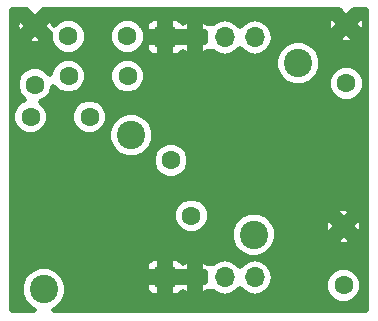
<source format=gbr>
G04 #@! TF.FileFunction,Copper,L2,Bot,Signal*
%FSLAX46Y46*%
G04 Gerber Fmt 4.6, Leading zero omitted, Abs format (unit mm)*
G04 Created by KiCad (PCBNEW 4.0.7) date 02/05/23 11:49:14*
%MOMM*%
%LPD*%
G01*
G04 APERTURE LIST*
%ADD10C,0.100000*%
%ADD11C,2.400000*%
%ADD12C,1.600000*%
%ADD13R,1.700000X1.700000*%
%ADD14O,1.700000X1.700000*%
%ADD15C,0.250000*%
%ADD16C,0.500000*%
G04 APERTURE END LIST*
D10*
D11*
X129720000Y-99739705D03*
X122337583Y-112786425D03*
D12*
X147940000Y-90330000D03*
X147940000Y-95330000D03*
X129400000Y-91360000D03*
X124400000Y-91360000D03*
X129420000Y-94720000D03*
X124420000Y-94720000D03*
X121580000Y-90450000D03*
X121580000Y-95450000D03*
X126200000Y-98180000D03*
X121200000Y-98180000D03*
X147701000Y-107442000D03*
X147701000Y-112442000D03*
D11*
X143868600Y-93639452D03*
X140114472Y-108152326D03*
D13*
X132588000Y-111760000D03*
D14*
X135128000Y-111760000D03*
X137668000Y-111760000D03*
X140208000Y-111760000D03*
D13*
X132588000Y-91440000D03*
D14*
X135128000Y-91440000D03*
X137668000Y-91440000D03*
X140208000Y-91440000D03*
D12*
X133096000Y-101854000D03*
X134806101Y-106552463D03*
D15*
X148020000Y-90250000D02*
X147940000Y-90330000D01*
X148190000Y-90080000D02*
X147940000Y-90330000D01*
D16*
G36*
X120914881Y-89219195D02*
X121580000Y-89884315D01*
X122245119Y-89219195D01*
X122221378Y-89150000D01*
X147325686Y-89150000D01*
X147940000Y-89764315D01*
X148554314Y-89150000D01*
X149610000Y-89150000D01*
X149610000Y-114558000D01*
X123156400Y-114558000D01*
X123440726Y-114440519D01*
X123989749Y-113892454D01*
X124287244Y-113176006D01*
X124287921Y-112400248D01*
X124277283Y-112374500D01*
X130980000Y-112374500D01*
X130980000Y-112760776D01*
X131095399Y-113039373D01*
X131308628Y-113252602D01*
X131587225Y-113368000D01*
X131973500Y-113368000D01*
X132163000Y-113178500D01*
X132163000Y-112185000D01*
X133013000Y-112185000D01*
X133013000Y-113178500D01*
X133202500Y-113368000D01*
X133588775Y-113368000D01*
X133867372Y-113252602D01*
X134080601Y-113039373D01*
X134103756Y-112983472D01*
X134465631Y-113225241D01*
X134703000Y-113113336D01*
X134703000Y-112185000D01*
X133013000Y-112185000D01*
X132163000Y-112185000D01*
X131169500Y-112185000D01*
X130980000Y-112374500D01*
X124277283Y-112374500D01*
X123991677Y-111683282D01*
X123443612Y-111134259D01*
X122727164Y-110836764D01*
X121951406Y-110836087D01*
X121234440Y-111132331D01*
X120685417Y-111680396D01*
X120387922Y-112396844D01*
X120387245Y-113172602D01*
X120683489Y-113889568D01*
X121231554Y-114438591D01*
X121519123Y-114558000D01*
X119630000Y-114558000D01*
X119630000Y-110759224D01*
X130980000Y-110759224D01*
X130980000Y-111145500D01*
X131169500Y-111335000D01*
X132163000Y-111335000D01*
X132163000Y-110341500D01*
X133013000Y-110341500D01*
X133013000Y-111335000D01*
X134703000Y-111335000D01*
X134703000Y-110406664D01*
X135553000Y-110406664D01*
X135553000Y-111335000D01*
X135978000Y-111335000D01*
X135978000Y-112185000D01*
X135553000Y-112185000D01*
X135553000Y-113113336D01*
X135790369Y-113225241D01*
X136112534Y-113010002D01*
X136667261Y-113010002D01*
X137055707Y-113269553D01*
X137668000Y-113391346D01*
X138280293Y-113269553D01*
X138799371Y-112922717D01*
X138938000Y-112715244D01*
X139076629Y-112922717D01*
X139595707Y-113269553D01*
X140208000Y-113391346D01*
X140820293Y-113269553D01*
X141339371Y-112922717D01*
X141455470Y-112748961D01*
X146150732Y-112748961D01*
X146386208Y-113318857D01*
X146821849Y-113755260D01*
X147391333Y-113991730D01*
X148007961Y-113992268D01*
X148577857Y-113756792D01*
X149014260Y-113321151D01*
X149250730Y-112751667D01*
X149251268Y-112135039D01*
X149015792Y-111565143D01*
X148580151Y-111128740D01*
X148010667Y-110892270D01*
X147394039Y-110891732D01*
X146824143Y-111127208D01*
X146387740Y-111562849D01*
X146151270Y-112132333D01*
X146150732Y-112748961D01*
X141455470Y-112748961D01*
X141686207Y-112403639D01*
X141808000Y-111791346D01*
X141808000Y-111728654D01*
X141686207Y-111116361D01*
X141339371Y-110597283D01*
X140820293Y-110250447D01*
X140208000Y-110128654D01*
X139595707Y-110250447D01*
X139076629Y-110597283D01*
X138938000Y-110804756D01*
X138799371Y-110597283D01*
X138280293Y-110250447D01*
X137668000Y-110128654D01*
X137055707Y-110250447D01*
X136667261Y-110509998D01*
X136112534Y-110509998D01*
X135790369Y-110294759D01*
X135553000Y-110406664D01*
X134703000Y-110406664D01*
X134465631Y-110294759D01*
X134103756Y-110536528D01*
X134080601Y-110480627D01*
X133867372Y-110267398D01*
X133588775Y-110152000D01*
X133202500Y-110152000D01*
X133013000Y-110341500D01*
X132163000Y-110341500D01*
X131973500Y-110152000D01*
X131587225Y-110152000D01*
X131308628Y-110267398D01*
X131095399Y-110480627D01*
X130980000Y-110759224D01*
X119630000Y-110759224D01*
X119630000Y-108538503D01*
X138164134Y-108538503D01*
X138460378Y-109255469D01*
X139008443Y-109804492D01*
X139724891Y-110101987D01*
X140500649Y-110102664D01*
X141217615Y-109806420D01*
X141766638Y-109258355D01*
X142009779Y-108672805D01*
X147035881Y-108672805D01*
X147120983Y-108920846D01*
X147731064Y-109030239D01*
X148281017Y-108920846D01*
X148366119Y-108672805D01*
X147701000Y-108007685D01*
X147035881Y-108672805D01*
X142009779Y-108672805D01*
X142064133Y-108541907D01*
X142064810Y-107766149D01*
X141943297Y-107472064D01*
X146112761Y-107472064D01*
X146222154Y-108022017D01*
X146470195Y-108107119D01*
X147135315Y-107442000D01*
X148266685Y-107442000D01*
X148931805Y-108107119D01*
X149179846Y-108022017D01*
X149289239Y-107411936D01*
X149179846Y-106861983D01*
X148931805Y-106776881D01*
X148266685Y-107442000D01*
X147135315Y-107442000D01*
X146470195Y-106776881D01*
X146222154Y-106861983D01*
X146112761Y-107472064D01*
X141943297Y-107472064D01*
X141768566Y-107049183D01*
X141220501Y-106500160D01*
X140524596Y-106211195D01*
X147035881Y-106211195D01*
X147701000Y-106876315D01*
X148366119Y-106211195D01*
X148281017Y-105963154D01*
X147670936Y-105853761D01*
X147120983Y-105963154D01*
X147035881Y-106211195D01*
X140524596Y-106211195D01*
X140504053Y-106202665D01*
X139728295Y-106201988D01*
X139011329Y-106498232D01*
X138462306Y-107046297D01*
X138164811Y-107762745D01*
X138164134Y-108538503D01*
X119630000Y-108538503D01*
X119630000Y-106859424D01*
X133255833Y-106859424D01*
X133491309Y-107429320D01*
X133926950Y-107865723D01*
X134496434Y-108102193D01*
X135113062Y-108102731D01*
X135682958Y-107867255D01*
X136119361Y-107431614D01*
X136355831Y-106862130D01*
X136356369Y-106245502D01*
X136120893Y-105675606D01*
X135685252Y-105239203D01*
X135115768Y-105002733D01*
X134499140Y-105002195D01*
X133929244Y-105237671D01*
X133492841Y-105673312D01*
X133256371Y-106242796D01*
X133255833Y-106859424D01*
X119630000Y-106859424D01*
X119630000Y-102160961D01*
X131545732Y-102160961D01*
X131781208Y-102730857D01*
X132216849Y-103167260D01*
X132786333Y-103403730D01*
X133402961Y-103404268D01*
X133972857Y-103168792D01*
X134409260Y-102733151D01*
X134645730Y-102163667D01*
X134646268Y-101547039D01*
X134410792Y-100977143D01*
X133975151Y-100540740D01*
X133405667Y-100304270D01*
X132789039Y-100303732D01*
X132219143Y-100539208D01*
X131782740Y-100974849D01*
X131546270Y-101544333D01*
X131545732Y-102160961D01*
X119630000Y-102160961D01*
X119630000Y-100125882D01*
X127769662Y-100125882D01*
X128065906Y-100842848D01*
X128613971Y-101391871D01*
X129330419Y-101689366D01*
X130106177Y-101690043D01*
X130823143Y-101393799D01*
X131372166Y-100845734D01*
X131669661Y-100129286D01*
X131670338Y-99353528D01*
X131374094Y-98636562D01*
X130826029Y-98087539D01*
X130109581Y-97790044D01*
X129333823Y-97789367D01*
X128616857Y-98085611D01*
X128067834Y-98633676D01*
X127770339Y-99350124D01*
X127769662Y-100125882D01*
X119630000Y-100125882D01*
X119630000Y-98486961D01*
X119649732Y-98486961D01*
X119885208Y-99056857D01*
X120320849Y-99493260D01*
X120890333Y-99729730D01*
X121506961Y-99730268D01*
X122076857Y-99494792D01*
X122513260Y-99059151D01*
X122749730Y-98489667D01*
X122749732Y-98486961D01*
X124649732Y-98486961D01*
X124885208Y-99056857D01*
X125320849Y-99493260D01*
X125890333Y-99729730D01*
X126506961Y-99730268D01*
X127076857Y-99494792D01*
X127513260Y-99059151D01*
X127749730Y-98489667D01*
X127750268Y-97873039D01*
X127514792Y-97303143D01*
X127079151Y-96866740D01*
X126509667Y-96630270D01*
X125893039Y-96629732D01*
X125323143Y-96865208D01*
X124886740Y-97300849D01*
X124650270Y-97870333D01*
X124649732Y-98486961D01*
X122749732Y-98486961D01*
X122750268Y-97873039D01*
X122514792Y-97303143D01*
X122117398Y-96905054D01*
X122456857Y-96764792D01*
X122893260Y-96329151D01*
X123129730Y-95759667D01*
X123129851Y-95621543D01*
X123540849Y-96033260D01*
X124110333Y-96269730D01*
X124726961Y-96270268D01*
X125296857Y-96034792D01*
X125733260Y-95599151D01*
X125969730Y-95029667D01*
X125969732Y-95026961D01*
X127869732Y-95026961D01*
X128105208Y-95596857D01*
X128540849Y-96033260D01*
X129110333Y-96269730D01*
X129726961Y-96270268D01*
X130296857Y-96034792D01*
X130695383Y-95636961D01*
X146389732Y-95636961D01*
X146625208Y-96206857D01*
X147060849Y-96643260D01*
X147630333Y-96879730D01*
X148246961Y-96880268D01*
X148816857Y-96644792D01*
X149253260Y-96209151D01*
X149489730Y-95639667D01*
X149490268Y-95023039D01*
X149254792Y-94453143D01*
X148819151Y-94016740D01*
X148249667Y-93780270D01*
X147633039Y-93779732D01*
X147063143Y-94015208D01*
X146626740Y-94450849D01*
X146390270Y-95020333D01*
X146389732Y-95636961D01*
X130695383Y-95636961D01*
X130733260Y-95599151D01*
X130969730Y-95029667D01*
X130970268Y-94413039D01*
X130810194Y-94025629D01*
X141918262Y-94025629D01*
X142214506Y-94742595D01*
X142762571Y-95291618D01*
X143479019Y-95589113D01*
X144254777Y-95589790D01*
X144971743Y-95293546D01*
X145520766Y-94745481D01*
X145818261Y-94029033D01*
X145818938Y-93253275D01*
X145522694Y-92536309D01*
X144974629Y-91987286D01*
X144258181Y-91689791D01*
X143482423Y-91689114D01*
X142765457Y-91985358D01*
X142216434Y-92533423D01*
X141918939Y-93249871D01*
X141918262Y-94025629D01*
X130810194Y-94025629D01*
X130734792Y-93843143D01*
X130299151Y-93406740D01*
X129729667Y-93170270D01*
X129113039Y-93169732D01*
X128543143Y-93405208D01*
X128106740Y-93840849D01*
X127870270Y-94410333D01*
X127869732Y-95026961D01*
X125969732Y-95026961D01*
X125970268Y-94413039D01*
X125734792Y-93843143D01*
X125299151Y-93406740D01*
X124729667Y-93170270D01*
X124113039Y-93169732D01*
X123543143Y-93405208D01*
X123106740Y-93840849D01*
X122870270Y-94410333D01*
X122870149Y-94548457D01*
X122459151Y-94136740D01*
X121889667Y-93900270D01*
X121273039Y-93899732D01*
X120703143Y-94135208D01*
X120266740Y-94570849D01*
X120030270Y-95140333D01*
X120029732Y-95756961D01*
X120265208Y-96326857D01*
X120662602Y-96724946D01*
X120323143Y-96865208D01*
X119886740Y-97300849D01*
X119650270Y-97870333D01*
X119649732Y-98486961D01*
X119630000Y-98486961D01*
X119630000Y-91680805D01*
X120914881Y-91680805D01*
X120999983Y-91928846D01*
X121610064Y-92038239D01*
X122160017Y-91928846D01*
X122245119Y-91680805D01*
X121580000Y-91015685D01*
X120914881Y-91680805D01*
X119630000Y-91680805D01*
X119630000Y-90480064D01*
X119991761Y-90480064D01*
X120101154Y-91030017D01*
X120349195Y-91115119D01*
X121014315Y-90450000D01*
X122145685Y-90450000D01*
X122810805Y-91115119D01*
X122850225Y-91101594D01*
X122849732Y-91666961D01*
X123085208Y-92236857D01*
X123520849Y-92673260D01*
X124090333Y-92909730D01*
X124706961Y-92910268D01*
X125276857Y-92674792D01*
X125713260Y-92239151D01*
X125949730Y-91669667D01*
X125949732Y-91666961D01*
X127849732Y-91666961D01*
X128085208Y-92236857D01*
X128520849Y-92673260D01*
X129090333Y-92909730D01*
X129706961Y-92910268D01*
X130276857Y-92674792D01*
X130713260Y-92239151D01*
X130789933Y-92054500D01*
X130980000Y-92054500D01*
X130980000Y-92440776D01*
X131095399Y-92719373D01*
X131308628Y-92932602D01*
X131587225Y-93048000D01*
X131973500Y-93048000D01*
X132163000Y-92858500D01*
X132163000Y-91865000D01*
X133013000Y-91865000D01*
X133013000Y-92858500D01*
X133202500Y-93048000D01*
X133588775Y-93048000D01*
X133867372Y-92932602D01*
X134080601Y-92719373D01*
X134103756Y-92663472D01*
X134465631Y-92905241D01*
X134703000Y-92793336D01*
X134703000Y-91865000D01*
X133013000Y-91865000D01*
X132163000Y-91865000D01*
X131169500Y-91865000D01*
X130980000Y-92054500D01*
X130789933Y-92054500D01*
X130949730Y-91669667D01*
X130950268Y-91053039D01*
X130714792Y-90483143D01*
X130670950Y-90439224D01*
X130980000Y-90439224D01*
X130980000Y-90825500D01*
X131169500Y-91015000D01*
X132163000Y-91015000D01*
X132163000Y-90021500D01*
X133013000Y-90021500D01*
X133013000Y-91015000D01*
X134703000Y-91015000D01*
X134703000Y-90086664D01*
X135553000Y-90086664D01*
X135553000Y-91015000D01*
X135978000Y-91015000D01*
X135978000Y-91865000D01*
X135553000Y-91865000D01*
X135553000Y-92793336D01*
X135790369Y-92905241D01*
X136112534Y-92690002D01*
X136667261Y-92690002D01*
X137055707Y-92949553D01*
X137668000Y-93071346D01*
X138280293Y-92949553D01*
X138799371Y-92602717D01*
X138938000Y-92395244D01*
X139076629Y-92602717D01*
X139595707Y-92949553D01*
X140208000Y-93071346D01*
X140820293Y-92949553D01*
X141339371Y-92602717D01*
X141686207Y-92083639D01*
X141790205Y-91560805D01*
X147274881Y-91560805D01*
X147359983Y-91808846D01*
X147970064Y-91918239D01*
X148520017Y-91808846D01*
X148605119Y-91560805D01*
X147940000Y-90895685D01*
X147274881Y-91560805D01*
X141790205Y-91560805D01*
X141808000Y-91471346D01*
X141808000Y-91408654D01*
X141686207Y-90796361D01*
X141394684Y-90360064D01*
X146351761Y-90360064D01*
X146461154Y-90910017D01*
X146709195Y-90995119D01*
X147374315Y-90330000D01*
X148505685Y-90330000D01*
X149170805Y-90995119D01*
X149418846Y-90910017D01*
X149528239Y-90299936D01*
X149418846Y-89749983D01*
X149170805Y-89664881D01*
X148505685Y-90330000D01*
X147374315Y-90330000D01*
X146709195Y-89664881D01*
X146461154Y-89749983D01*
X146351761Y-90360064D01*
X141394684Y-90360064D01*
X141339371Y-90277283D01*
X140820293Y-89930447D01*
X140208000Y-89808654D01*
X139595707Y-89930447D01*
X139076629Y-90277283D01*
X138938000Y-90484756D01*
X138799371Y-90277283D01*
X138280293Y-89930447D01*
X137668000Y-89808654D01*
X137055707Y-89930447D01*
X136667261Y-90189998D01*
X136112534Y-90189998D01*
X135790369Y-89974759D01*
X135553000Y-90086664D01*
X134703000Y-90086664D01*
X134465631Y-89974759D01*
X134103756Y-90216528D01*
X134080601Y-90160627D01*
X133867372Y-89947398D01*
X133588775Y-89832000D01*
X133202500Y-89832000D01*
X133013000Y-90021500D01*
X132163000Y-90021500D01*
X131973500Y-89832000D01*
X131587225Y-89832000D01*
X131308628Y-89947398D01*
X131095399Y-90160627D01*
X130980000Y-90439224D01*
X130670950Y-90439224D01*
X130279151Y-90046740D01*
X129709667Y-89810270D01*
X129093039Y-89809732D01*
X128523143Y-90045208D01*
X128086740Y-90480849D01*
X127850270Y-91050333D01*
X127849732Y-91666961D01*
X125949732Y-91666961D01*
X125950268Y-91053039D01*
X125714792Y-90483143D01*
X125279151Y-90046740D01*
X124709667Y-89810270D01*
X124093039Y-89809732D01*
X123523143Y-90045208D01*
X123164846Y-90402879D01*
X123058846Y-89869983D01*
X122810805Y-89784881D01*
X122145685Y-90450000D01*
X121014315Y-90450000D01*
X120349195Y-89784881D01*
X120101154Y-89869983D01*
X119991761Y-90480064D01*
X119630000Y-90480064D01*
X119630000Y-89150000D01*
X120938622Y-89150000D01*
X120914881Y-89219195D01*
X120914881Y-89219195D01*
G37*
X120914881Y-89219195D02*
X121580000Y-89884315D01*
X122245119Y-89219195D01*
X122221378Y-89150000D01*
X147325686Y-89150000D01*
X147940000Y-89764315D01*
X148554314Y-89150000D01*
X149610000Y-89150000D01*
X149610000Y-114558000D01*
X123156400Y-114558000D01*
X123440726Y-114440519D01*
X123989749Y-113892454D01*
X124287244Y-113176006D01*
X124287921Y-112400248D01*
X124277283Y-112374500D01*
X130980000Y-112374500D01*
X130980000Y-112760776D01*
X131095399Y-113039373D01*
X131308628Y-113252602D01*
X131587225Y-113368000D01*
X131973500Y-113368000D01*
X132163000Y-113178500D01*
X132163000Y-112185000D01*
X133013000Y-112185000D01*
X133013000Y-113178500D01*
X133202500Y-113368000D01*
X133588775Y-113368000D01*
X133867372Y-113252602D01*
X134080601Y-113039373D01*
X134103756Y-112983472D01*
X134465631Y-113225241D01*
X134703000Y-113113336D01*
X134703000Y-112185000D01*
X133013000Y-112185000D01*
X132163000Y-112185000D01*
X131169500Y-112185000D01*
X130980000Y-112374500D01*
X124277283Y-112374500D01*
X123991677Y-111683282D01*
X123443612Y-111134259D01*
X122727164Y-110836764D01*
X121951406Y-110836087D01*
X121234440Y-111132331D01*
X120685417Y-111680396D01*
X120387922Y-112396844D01*
X120387245Y-113172602D01*
X120683489Y-113889568D01*
X121231554Y-114438591D01*
X121519123Y-114558000D01*
X119630000Y-114558000D01*
X119630000Y-110759224D01*
X130980000Y-110759224D01*
X130980000Y-111145500D01*
X131169500Y-111335000D01*
X132163000Y-111335000D01*
X132163000Y-110341500D01*
X133013000Y-110341500D01*
X133013000Y-111335000D01*
X134703000Y-111335000D01*
X134703000Y-110406664D01*
X135553000Y-110406664D01*
X135553000Y-111335000D01*
X135978000Y-111335000D01*
X135978000Y-112185000D01*
X135553000Y-112185000D01*
X135553000Y-113113336D01*
X135790369Y-113225241D01*
X136112534Y-113010002D01*
X136667261Y-113010002D01*
X137055707Y-113269553D01*
X137668000Y-113391346D01*
X138280293Y-113269553D01*
X138799371Y-112922717D01*
X138938000Y-112715244D01*
X139076629Y-112922717D01*
X139595707Y-113269553D01*
X140208000Y-113391346D01*
X140820293Y-113269553D01*
X141339371Y-112922717D01*
X141455470Y-112748961D01*
X146150732Y-112748961D01*
X146386208Y-113318857D01*
X146821849Y-113755260D01*
X147391333Y-113991730D01*
X148007961Y-113992268D01*
X148577857Y-113756792D01*
X149014260Y-113321151D01*
X149250730Y-112751667D01*
X149251268Y-112135039D01*
X149015792Y-111565143D01*
X148580151Y-111128740D01*
X148010667Y-110892270D01*
X147394039Y-110891732D01*
X146824143Y-111127208D01*
X146387740Y-111562849D01*
X146151270Y-112132333D01*
X146150732Y-112748961D01*
X141455470Y-112748961D01*
X141686207Y-112403639D01*
X141808000Y-111791346D01*
X141808000Y-111728654D01*
X141686207Y-111116361D01*
X141339371Y-110597283D01*
X140820293Y-110250447D01*
X140208000Y-110128654D01*
X139595707Y-110250447D01*
X139076629Y-110597283D01*
X138938000Y-110804756D01*
X138799371Y-110597283D01*
X138280293Y-110250447D01*
X137668000Y-110128654D01*
X137055707Y-110250447D01*
X136667261Y-110509998D01*
X136112534Y-110509998D01*
X135790369Y-110294759D01*
X135553000Y-110406664D01*
X134703000Y-110406664D01*
X134465631Y-110294759D01*
X134103756Y-110536528D01*
X134080601Y-110480627D01*
X133867372Y-110267398D01*
X133588775Y-110152000D01*
X133202500Y-110152000D01*
X133013000Y-110341500D01*
X132163000Y-110341500D01*
X131973500Y-110152000D01*
X131587225Y-110152000D01*
X131308628Y-110267398D01*
X131095399Y-110480627D01*
X130980000Y-110759224D01*
X119630000Y-110759224D01*
X119630000Y-108538503D01*
X138164134Y-108538503D01*
X138460378Y-109255469D01*
X139008443Y-109804492D01*
X139724891Y-110101987D01*
X140500649Y-110102664D01*
X141217615Y-109806420D01*
X141766638Y-109258355D01*
X142009779Y-108672805D01*
X147035881Y-108672805D01*
X147120983Y-108920846D01*
X147731064Y-109030239D01*
X148281017Y-108920846D01*
X148366119Y-108672805D01*
X147701000Y-108007685D01*
X147035881Y-108672805D01*
X142009779Y-108672805D01*
X142064133Y-108541907D01*
X142064810Y-107766149D01*
X141943297Y-107472064D01*
X146112761Y-107472064D01*
X146222154Y-108022017D01*
X146470195Y-108107119D01*
X147135315Y-107442000D01*
X148266685Y-107442000D01*
X148931805Y-108107119D01*
X149179846Y-108022017D01*
X149289239Y-107411936D01*
X149179846Y-106861983D01*
X148931805Y-106776881D01*
X148266685Y-107442000D01*
X147135315Y-107442000D01*
X146470195Y-106776881D01*
X146222154Y-106861983D01*
X146112761Y-107472064D01*
X141943297Y-107472064D01*
X141768566Y-107049183D01*
X141220501Y-106500160D01*
X140524596Y-106211195D01*
X147035881Y-106211195D01*
X147701000Y-106876315D01*
X148366119Y-106211195D01*
X148281017Y-105963154D01*
X147670936Y-105853761D01*
X147120983Y-105963154D01*
X147035881Y-106211195D01*
X140524596Y-106211195D01*
X140504053Y-106202665D01*
X139728295Y-106201988D01*
X139011329Y-106498232D01*
X138462306Y-107046297D01*
X138164811Y-107762745D01*
X138164134Y-108538503D01*
X119630000Y-108538503D01*
X119630000Y-106859424D01*
X133255833Y-106859424D01*
X133491309Y-107429320D01*
X133926950Y-107865723D01*
X134496434Y-108102193D01*
X135113062Y-108102731D01*
X135682958Y-107867255D01*
X136119361Y-107431614D01*
X136355831Y-106862130D01*
X136356369Y-106245502D01*
X136120893Y-105675606D01*
X135685252Y-105239203D01*
X135115768Y-105002733D01*
X134499140Y-105002195D01*
X133929244Y-105237671D01*
X133492841Y-105673312D01*
X133256371Y-106242796D01*
X133255833Y-106859424D01*
X119630000Y-106859424D01*
X119630000Y-102160961D01*
X131545732Y-102160961D01*
X131781208Y-102730857D01*
X132216849Y-103167260D01*
X132786333Y-103403730D01*
X133402961Y-103404268D01*
X133972857Y-103168792D01*
X134409260Y-102733151D01*
X134645730Y-102163667D01*
X134646268Y-101547039D01*
X134410792Y-100977143D01*
X133975151Y-100540740D01*
X133405667Y-100304270D01*
X132789039Y-100303732D01*
X132219143Y-100539208D01*
X131782740Y-100974849D01*
X131546270Y-101544333D01*
X131545732Y-102160961D01*
X119630000Y-102160961D01*
X119630000Y-100125882D01*
X127769662Y-100125882D01*
X128065906Y-100842848D01*
X128613971Y-101391871D01*
X129330419Y-101689366D01*
X130106177Y-101690043D01*
X130823143Y-101393799D01*
X131372166Y-100845734D01*
X131669661Y-100129286D01*
X131670338Y-99353528D01*
X131374094Y-98636562D01*
X130826029Y-98087539D01*
X130109581Y-97790044D01*
X129333823Y-97789367D01*
X128616857Y-98085611D01*
X128067834Y-98633676D01*
X127770339Y-99350124D01*
X127769662Y-100125882D01*
X119630000Y-100125882D01*
X119630000Y-98486961D01*
X119649732Y-98486961D01*
X119885208Y-99056857D01*
X120320849Y-99493260D01*
X120890333Y-99729730D01*
X121506961Y-99730268D01*
X122076857Y-99494792D01*
X122513260Y-99059151D01*
X122749730Y-98489667D01*
X122749732Y-98486961D01*
X124649732Y-98486961D01*
X124885208Y-99056857D01*
X125320849Y-99493260D01*
X125890333Y-99729730D01*
X126506961Y-99730268D01*
X127076857Y-99494792D01*
X127513260Y-99059151D01*
X127749730Y-98489667D01*
X127750268Y-97873039D01*
X127514792Y-97303143D01*
X127079151Y-96866740D01*
X126509667Y-96630270D01*
X125893039Y-96629732D01*
X125323143Y-96865208D01*
X124886740Y-97300849D01*
X124650270Y-97870333D01*
X124649732Y-98486961D01*
X122749732Y-98486961D01*
X122750268Y-97873039D01*
X122514792Y-97303143D01*
X122117398Y-96905054D01*
X122456857Y-96764792D01*
X122893260Y-96329151D01*
X123129730Y-95759667D01*
X123129851Y-95621543D01*
X123540849Y-96033260D01*
X124110333Y-96269730D01*
X124726961Y-96270268D01*
X125296857Y-96034792D01*
X125733260Y-95599151D01*
X125969730Y-95029667D01*
X125969732Y-95026961D01*
X127869732Y-95026961D01*
X128105208Y-95596857D01*
X128540849Y-96033260D01*
X129110333Y-96269730D01*
X129726961Y-96270268D01*
X130296857Y-96034792D01*
X130695383Y-95636961D01*
X146389732Y-95636961D01*
X146625208Y-96206857D01*
X147060849Y-96643260D01*
X147630333Y-96879730D01*
X148246961Y-96880268D01*
X148816857Y-96644792D01*
X149253260Y-96209151D01*
X149489730Y-95639667D01*
X149490268Y-95023039D01*
X149254792Y-94453143D01*
X148819151Y-94016740D01*
X148249667Y-93780270D01*
X147633039Y-93779732D01*
X147063143Y-94015208D01*
X146626740Y-94450849D01*
X146390270Y-95020333D01*
X146389732Y-95636961D01*
X130695383Y-95636961D01*
X130733260Y-95599151D01*
X130969730Y-95029667D01*
X130970268Y-94413039D01*
X130810194Y-94025629D01*
X141918262Y-94025629D01*
X142214506Y-94742595D01*
X142762571Y-95291618D01*
X143479019Y-95589113D01*
X144254777Y-95589790D01*
X144971743Y-95293546D01*
X145520766Y-94745481D01*
X145818261Y-94029033D01*
X145818938Y-93253275D01*
X145522694Y-92536309D01*
X144974629Y-91987286D01*
X144258181Y-91689791D01*
X143482423Y-91689114D01*
X142765457Y-91985358D01*
X142216434Y-92533423D01*
X141918939Y-93249871D01*
X141918262Y-94025629D01*
X130810194Y-94025629D01*
X130734792Y-93843143D01*
X130299151Y-93406740D01*
X129729667Y-93170270D01*
X129113039Y-93169732D01*
X128543143Y-93405208D01*
X128106740Y-93840849D01*
X127870270Y-94410333D01*
X127869732Y-95026961D01*
X125969732Y-95026961D01*
X125970268Y-94413039D01*
X125734792Y-93843143D01*
X125299151Y-93406740D01*
X124729667Y-93170270D01*
X124113039Y-93169732D01*
X123543143Y-93405208D01*
X123106740Y-93840849D01*
X122870270Y-94410333D01*
X122870149Y-94548457D01*
X122459151Y-94136740D01*
X121889667Y-93900270D01*
X121273039Y-93899732D01*
X120703143Y-94135208D01*
X120266740Y-94570849D01*
X120030270Y-95140333D01*
X120029732Y-95756961D01*
X120265208Y-96326857D01*
X120662602Y-96724946D01*
X120323143Y-96865208D01*
X119886740Y-97300849D01*
X119650270Y-97870333D01*
X119649732Y-98486961D01*
X119630000Y-98486961D01*
X119630000Y-91680805D01*
X120914881Y-91680805D01*
X120999983Y-91928846D01*
X121610064Y-92038239D01*
X122160017Y-91928846D01*
X122245119Y-91680805D01*
X121580000Y-91015685D01*
X120914881Y-91680805D01*
X119630000Y-91680805D01*
X119630000Y-90480064D01*
X119991761Y-90480064D01*
X120101154Y-91030017D01*
X120349195Y-91115119D01*
X121014315Y-90450000D01*
X122145685Y-90450000D01*
X122810805Y-91115119D01*
X122850225Y-91101594D01*
X122849732Y-91666961D01*
X123085208Y-92236857D01*
X123520849Y-92673260D01*
X124090333Y-92909730D01*
X124706961Y-92910268D01*
X125276857Y-92674792D01*
X125713260Y-92239151D01*
X125949730Y-91669667D01*
X125949732Y-91666961D01*
X127849732Y-91666961D01*
X128085208Y-92236857D01*
X128520849Y-92673260D01*
X129090333Y-92909730D01*
X129706961Y-92910268D01*
X130276857Y-92674792D01*
X130713260Y-92239151D01*
X130789933Y-92054500D01*
X130980000Y-92054500D01*
X130980000Y-92440776D01*
X131095399Y-92719373D01*
X131308628Y-92932602D01*
X131587225Y-93048000D01*
X131973500Y-93048000D01*
X132163000Y-92858500D01*
X132163000Y-91865000D01*
X133013000Y-91865000D01*
X133013000Y-92858500D01*
X133202500Y-93048000D01*
X133588775Y-93048000D01*
X133867372Y-92932602D01*
X134080601Y-92719373D01*
X134103756Y-92663472D01*
X134465631Y-92905241D01*
X134703000Y-92793336D01*
X134703000Y-91865000D01*
X133013000Y-91865000D01*
X132163000Y-91865000D01*
X131169500Y-91865000D01*
X130980000Y-92054500D01*
X130789933Y-92054500D01*
X130949730Y-91669667D01*
X130950268Y-91053039D01*
X130714792Y-90483143D01*
X130670950Y-90439224D01*
X130980000Y-90439224D01*
X130980000Y-90825500D01*
X131169500Y-91015000D01*
X132163000Y-91015000D01*
X132163000Y-90021500D01*
X133013000Y-90021500D01*
X133013000Y-91015000D01*
X134703000Y-91015000D01*
X134703000Y-90086664D01*
X135553000Y-90086664D01*
X135553000Y-91015000D01*
X135978000Y-91015000D01*
X135978000Y-91865000D01*
X135553000Y-91865000D01*
X135553000Y-92793336D01*
X135790369Y-92905241D01*
X136112534Y-92690002D01*
X136667261Y-92690002D01*
X137055707Y-92949553D01*
X137668000Y-93071346D01*
X138280293Y-92949553D01*
X138799371Y-92602717D01*
X138938000Y-92395244D01*
X139076629Y-92602717D01*
X139595707Y-92949553D01*
X140208000Y-93071346D01*
X140820293Y-92949553D01*
X141339371Y-92602717D01*
X141686207Y-92083639D01*
X141790205Y-91560805D01*
X147274881Y-91560805D01*
X147359983Y-91808846D01*
X147970064Y-91918239D01*
X148520017Y-91808846D01*
X148605119Y-91560805D01*
X147940000Y-90895685D01*
X147274881Y-91560805D01*
X141790205Y-91560805D01*
X141808000Y-91471346D01*
X141808000Y-91408654D01*
X141686207Y-90796361D01*
X141394684Y-90360064D01*
X146351761Y-90360064D01*
X146461154Y-90910017D01*
X146709195Y-90995119D01*
X147374315Y-90330000D01*
X148505685Y-90330000D01*
X149170805Y-90995119D01*
X149418846Y-90910017D01*
X149528239Y-90299936D01*
X149418846Y-89749983D01*
X149170805Y-89664881D01*
X148505685Y-90330000D01*
X147374315Y-90330000D01*
X146709195Y-89664881D01*
X146461154Y-89749983D01*
X146351761Y-90360064D01*
X141394684Y-90360064D01*
X141339371Y-90277283D01*
X140820293Y-89930447D01*
X140208000Y-89808654D01*
X139595707Y-89930447D01*
X139076629Y-90277283D01*
X138938000Y-90484756D01*
X138799371Y-90277283D01*
X138280293Y-89930447D01*
X137668000Y-89808654D01*
X137055707Y-89930447D01*
X136667261Y-90189998D01*
X136112534Y-90189998D01*
X135790369Y-89974759D01*
X135553000Y-90086664D01*
X134703000Y-90086664D01*
X134465631Y-89974759D01*
X134103756Y-90216528D01*
X134080601Y-90160627D01*
X133867372Y-89947398D01*
X133588775Y-89832000D01*
X133202500Y-89832000D01*
X133013000Y-90021500D01*
X132163000Y-90021500D01*
X131973500Y-89832000D01*
X131587225Y-89832000D01*
X131308628Y-89947398D01*
X131095399Y-90160627D01*
X130980000Y-90439224D01*
X130670950Y-90439224D01*
X130279151Y-90046740D01*
X129709667Y-89810270D01*
X129093039Y-89809732D01*
X128523143Y-90045208D01*
X128086740Y-90480849D01*
X127850270Y-91050333D01*
X127849732Y-91666961D01*
X125949732Y-91666961D01*
X125950268Y-91053039D01*
X125714792Y-90483143D01*
X125279151Y-90046740D01*
X124709667Y-89810270D01*
X124093039Y-89809732D01*
X123523143Y-90045208D01*
X123164846Y-90402879D01*
X123058846Y-89869983D01*
X122810805Y-89784881D01*
X122145685Y-90450000D01*
X121014315Y-90450000D01*
X120349195Y-89784881D01*
X120101154Y-89869983D01*
X119991761Y-90480064D01*
X119630000Y-90480064D01*
X119630000Y-89150000D01*
X120938622Y-89150000D01*
X120914881Y-89219195D01*
M02*

</source>
